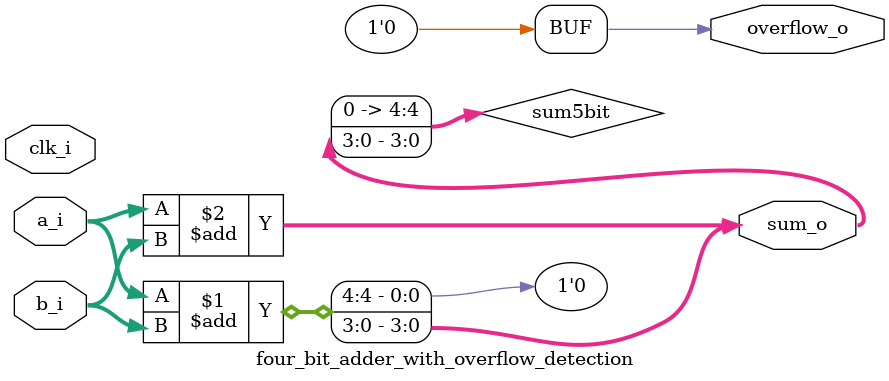
<source format=sv>
module four_bit_adder (
    input logic clk_i,
    input logic [3:0] a_i, // 4-bit input
    input logic [3:0] b_i, // 4-bit input
    output logic [3:0] sum_o // 4-bit sum output
);

    // Combinational logic for addition (simplified description)
    // assign sum_o = a_i + b_i;
    
    // Combinational logic for addition (gate level description)
    logic [3:0] carry;
    logic [3:0] sum;

    assign sum_o = sum;

    half_adder half_adder_0 (
        .a_i(a_i[0]),
        .b_i(b_i[0]),
        .sum_o(sum[0]),
        .carry_o(carry[0])
    );

    full_adder full_adder_0 (
        .a_i(a_i[1]),
        .b_i(b_i[1]),
        .carry_i(carry[0]),
        .sum_o(sum[1]),
        .carry_o(carry[1])
    );

    full_adder full_adder_1 (
        .a_i(a_i[2]),
        .b_i(b_i[2]),
        .carry_i(carry[1]),
        .sum_o(sum[2]),
        .carry_o(carry[2])
    );

    full_adder full_adder_2 (
        .a_i(a_i[3]),
        .b_i(b_i[3]),
        .carry_i(carry[2]),
        .sum_o(sum[3]),
        .carry_o(carry[3])
    );
endmodule

module half_adder (
    input a_i,
    input b_i,
    output sum_o,
    output carry_o
);

logic sum, carry;

xor(sum, a_i, b_i);
and(carry, a_i, b_i);

assign sum_o = sum;
assign carry_o = carry;

endmodule

module full_adder (
    input a_i,
    input b_i,
    input carry_i,
    output sum_o,
    output carry_o
);

logic w1, w2, w3, w4;
logic sum, carry;

xor(w1, a_i, b_i);
xor(sum, w1, carry_i);

and(w2, a_i, b_i);
and(w3, b_i, carry_i);
and(w4, carry_i, a_i);

or(carry, w2, w3, w4);

assign sum_o = sum;
assign carry_o = carry;

endmodule

module four_bit_adder_with_overflow_detection (
    input logic clk_i,
    input logic [3:0] a_i, // 4-bit inputs
    input logic [3:0] b_i, // 4-bit inputs
    output logic overflow_o, // 1-bit overflow output
    output logic [3:0] sum_o // 4-bit sum output
);
    // Combinational logic for addition that uses a temporary value to 
    // catch carry/overflow bit
    logic [4:0] sum5bit;

    assign sum5bit = a_i + b_i;
    assign overflow_o = sum5bit[4];
    assign sum_o = sum5bit[3:0];

    // you can also use this syntax if preferred
    assign {overflow_o, sum_o} = sum5bit;

    // Note that a direct assignment will not work since a and b are 4bit.
    // The result of a 4 bit addition is still 4 bit -> so no 5th overflow bit
    assign {overflow_o, sum_o} = {a_i + b_i};

endmodule
</source>
